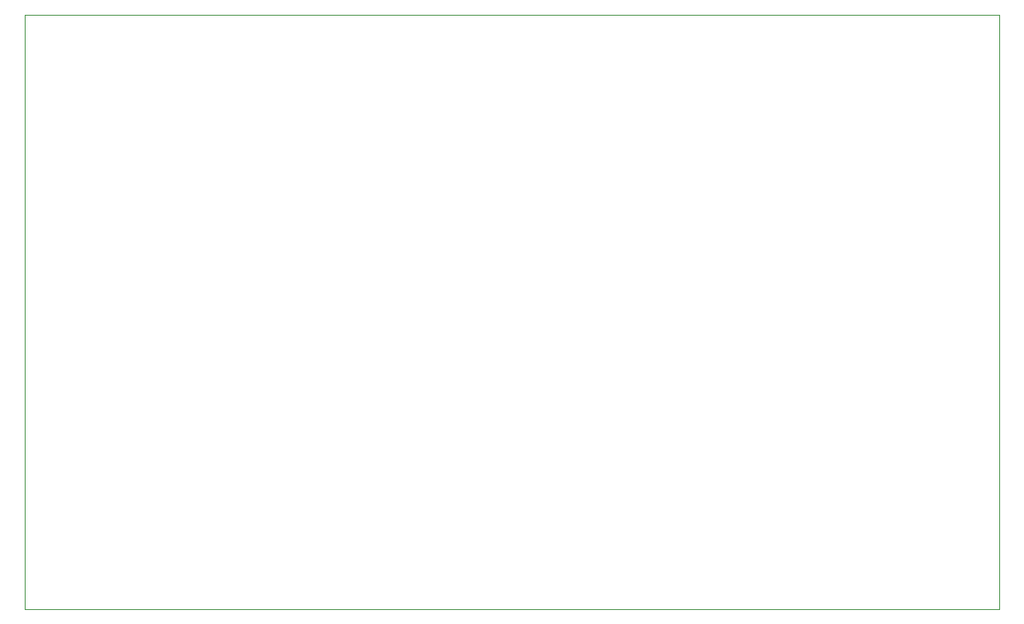
<source format=gbr>
%TF.GenerationSoftware,KiCad,Pcbnew,5.1.8-db9833491~87~ubuntu20.04.1*%
%TF.CreationDate,2020-11-17T16:53:52-05:00*%
%TF.ProjectId,mfosish_ww_supply,6d666f73-6973-4685-9f77-775f73757070,rev?*%
%TF.SameCoordinates,Original*%
%TF.FileFunction,Profile,NP*%
%FSLAX46Y46*%
G04 Gerber Fmt 4.6, Leading zero omitted, Abs format (unit mm)*
G04 Created by KiCad (PCBNEW 5.1.8-db9833491~87~ubuntu20.04.1) date 2020-11-17 16:53:52*
%MOMM*%
%LPD*%
G01*
G04 APERTURE LIST*
%TA.AperFunction,Profile*%
%ADD10C,0.050000*%
%TD*%
G04 APERTURE END LIST*
D10*
X50000000Y-125000000D02*
X50000000Y-64000000D01*
X150000000Y-125000000D02*
X50000000Y-125000000D01*
X150000000Y-64000000D02*
X150000000Y-125000000D01*
X50000000Y-64000000D02*
X150000000Y-64000000D01*
M02*

</source>
